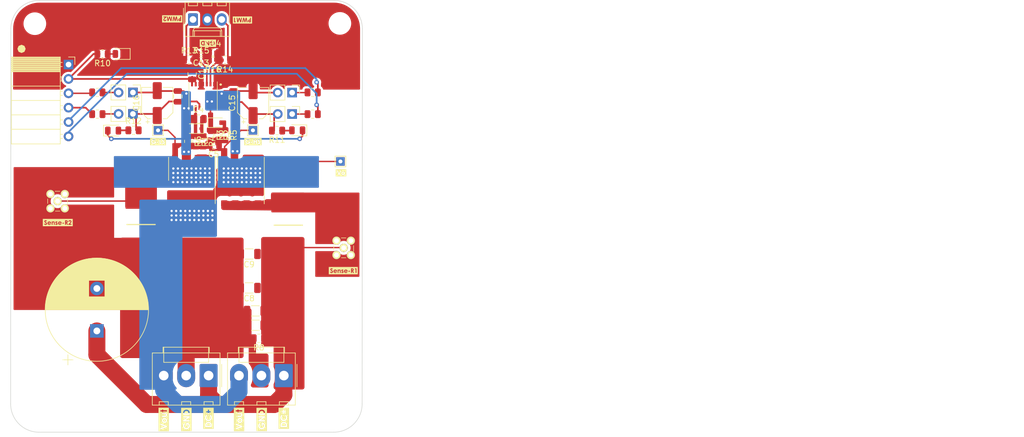
<source format=kicad_pcb>
(kicad_pcb (version 20211014) (generator pcbnew)
  (title_block (comment 4 "AISLER Project ID: ZPYPMIGU"))
  (layers (0 "F.Cu" mixed) (31 "B.Cu" mixed) (34 "B.Paste" user) (35 "F.Paste" user) (36 "B.SilkS" user "B.Silkscreen") (37 "F.SilkS" user "F.Silkscreen") (38 "B.Mask" user) (39 "F.Mask" user) (44 "Edge.Cuts" user))
  (net 0 "")
  (net 1 "GND")
  (net 2 "+3.3V")
  (net 3 "VCCA")
  (net 4 "VCCB")
  (net 5 "GND1")
  (net 6 "LED1")
  (net 7 "Net-(C5-Pad1)")
  (net 8 "Net-(C5-Pad2)")
  (net 9 "GND2")
  (net 10 "OUTA")
  (net 11 "GND3")
  (net 12 "Net-(D1-Pad2)")
  (net 13 "Net-(D2-Pad2)")
  (net 14 "Net-(D5-Pad2)")
  (net 15 "Net-(D6-Pad2)")
  (net 16 "Net-(D7-Pad2)")
  (net 17 "Net-(Q2-Pad8)")
  (net 18 "Net-(J2-Pad1)")
  (net 19 "Net-(J2-Pad3)")
  (net 20 "HVDC+")
  (net 21 "PWM1")
  (net 22 "PWM2")
  (net 23 "OUTB")
  (net 24 "gnd-1")
  (net 25 "LED2")
  (net 26 "gnd-2")
  (net 27 "Net-(C4-Pad2)")
  (net 28 "Net-(J1-Pad3)")
  (net 30 "Net-(J9-Pad2)")
  (net 31 "Net-(J10-Pad1)")
  (net 32 "Net-(FB1-Pad2)")
  (net 33 "Net-(FB2-Pad1)")
  (net 34 "Net-(FB3-Pad1)")
  (net 35 "Net-(FB4-Pad1)")
  (footprint "kibuzzard-63EDD841" (layer "F.Cu") (at 134.28 52.31 180)
    (fp_text reference "kibuzzard-63EDD841" hide)
    (fp_text value "G***" hide)
  )
  (footprint "LED_SMD:LED_0805_2012Metric" (layer "F.Cu") (at 125.18 58.51 180)
    (fp_text reference "D5" hide)
    (fp_text value "LED")
  )
  (footprint "Connector_Molex:Molex_KK-254_AE-6410-03A_1x03_P2.54mm_Vertical" (layer "F.Cu") (at 137.945 52.42)
    (fp_text reference "J2" hide)
    (fp_text value "PWM")
  )
  (footprint "MountingHole:MountingHole_3.2mm_M3" (layer "F.Cu") (at 163.88 53.11)
    (fp_text reference "H3" hide)
    (fp_text value "MountingHole")
  )
  (footprint "kibuzzard-63EDD808" (layer "F.Cu") (at 114.08 88.31)
    (fp_text reference "kibuzzard-63EDD808" hide)
    (fp_text value "G***" hide)
  )
  (footprint "Resistor_SMD:R_0805_2012Metric" (layer "F.Cu") (at 141.5 59.6 180)
    (fp_text reference "R16")
    (fp_text value "10k")
  )
  (footprint "Connector_PinHeader_2.54mm:PinHeader_1x02_P2.54mm_Vertical" (layer "F.Cu") (at 127.35 69.11 -90)
    (fp_text reference "J6" hide)
    (fp_text value "5V")
  )
  (footprint "Capacitor_THT:CP_Radial_D18.0mm_P7.50mm" (layer "F.Cu") (at 120.98 107.46 90)
    (fp_text reference "C10" hide)
    (fp_text value "100uF/450V")
  )
  (footprint "Resistor_SMD:R_0805_2012Metric" (layer "F.Cu") (at 127.45 72.01)
    (fp_text reference "R12")
    (fp_text value "4.7k")
  )
  (footprint "Capacitor_SMD:CP_Elec_5x5.3" (layer "F.Cu") (at 131.64 67.19 90)
    (fp_text reference "C16")
    (fp_text value "10uF/35V")
  )
  (footprint "2EDF7275KXUMA1:2EDF7275KXUMA1" (layer "F.Cu") (at 139.735 65.92 180)
    (fp_text reference "IC1" hide)
    (fp_text value "2EDF7275KXUMA1" hide)
  )
  (footprint "Resistor_SMD:R_0805_2012Metric" (layer "F.Cu") (at 149.58 108.76 180)
    (fp_text reference "R8")
    (fp_text value "500k")
  )
  (footprint "Capacitor_SMD:C_0805_2012Metric" (layer "F.Cu") (at 137.8 62.06 -90)
    (fp_text reference "C1")
    (fp_text value "100nF")
  )
  (footprint "Capacitor_SMD:C_1206_3216Metric" (layer "F.Cu") (at 147.855 93.86 180)
    (fp_text reference "C9")
    (fp_text value "100nF/450V")
  )
  (footprint "MMCX-J-P-H-ST-TH1:MMCXJPHSTTH1" (layer "F.Cu") (at 163.28 91.51)
    (fp_text reference "J9" hide)
    (fp_text value "MMCX-J-P-H-ST-TH1" hide)
  )
  (footprint "Resistor_SMD:R_0805_2012Metric" (layer "F.Cu") (at 121.0625 65.31)
    (fp_text reference "FB2" hide)
    (fp_text value "fb")
  )
  (footprint "Resistor_SMD:R_0805_2012Metric" (layer "F.Cu") (at 137.276172 59.56)
    (fp_text reference "R13")
    (fp_text value "100")
  )
  (footprint "Resistor_SMD:R_0805_2012Metric" (layer "F.Cu") (at 138.435 73.96 -90)
    (fp_text reference "R1")
    (fp_text value "470")
  )
  (footprint "Resistor_SMD:R_0805_2012Metric" (layer "F.Cu") (at 141.1 72.86 -90)
    (fp_text reference "R3")
    (fp_text value "470")
  )
  (footprint "Capacitor_SMD:C_1206_3216Metric" (layer "F.Cu") (at 147.855 99.86 180)
    (fp_text reference "C8")
    (fp_text value "100nF/450V")
  )
  (footprint "LED_SMD:LED_0805_2012Metric" (layer "F.Cu") (at 156.35 72.01 180)
    (fp_text reference "D6" hide)
    (fp_text value "LED")
  )
  (footprint "TestPoint:TestPoint_THTPad_1.5x1.5mm_Drill0.7mm" (layer "F.Cu") (at 163.98 77.51)
    (fp_text reference "TP4" hide)
    (fp_text value "TestPoint_Alt")
  )
  (footprint "Resistor_SMD:R_0805_2012Metric" (layer "F.Cu") (at 121.98 58.51 180)
    (fp_text reference "R10")
    (fp_text value "4.7k")
  )
  (footprint "kibuzzard-63EE9059" (layer "F.Cu") (at 150.08 123.11 90)
    (fp_text reference "kibuzzard-63EE9059" hide)
    (fp_text value "G***" hide)
  )
  (footprint "Package_SON:Infineon_PG-LSON-8-1" (layer "F.Cu") (at 146.42 80.89 90)
    (fp_text reference "Q1" hide)
    (fp_text value "IGLD60R190D1")
  )
  (footprint "Resistor_SMD:R_0805_2012Metric" (layer "F.Cu") (at 142.3 72.86 -90)
    (fp_text reference "R2")
    (fp_text value "10")
  )
  (footprint "Connector_PinHeader_2.54mm:PinHeader_1x02_P2.54mm_Vertical" (layer "F.Cu") (at 127.35 65.32 -90)
    (fp_text reference "J7" hide)
    (fp_text value "GND")
  )
  (footprint "Resistor_SMD:R_0805_2012Metric" (layer "F.Cu") (at 143.5 72.86 -90)
    (fp_text reference "R5")
    (fp_text value "5.1")
  )
  (footprint "Capacitor_SMD:C_0805_2012Metric" (layer "F.Cu") (at 141.5 58.36)
    (fp_text reference "C14")
    (fp_text value "100nF")
  )
  (footprint "Resistor_SMD:R_0805_2012Metric" (layer "F.Cu") (at 159.08 65.31)
    (fp_text reference "FB1" hide)
    (fp_text value "fb")
  )
  (footprint "Resistor_SMD:R_0805_2012Metric" (layer "F.Cu") (at 159.08 69.15 180)
    (fp_text reference "FB4" hide)
    (fp_text value "fb")
  )
  (footprint "Resistor_SMD:R_0805_2012Metric" (layer "F.Cu") (at 139.7 73.96 -90)
    (fp_text reference "R4")
    (fp_text value "10")
  )
  (footprint "Resistor_SMD:R_0805_2012Metric" (layer "F.Cu") (at 152.79 72.055 180)
    (fp_text reference "R11")
    (fp_text value "4.7k")
  )
  (footprint "kibuzzard-63EDD861" (layer "F.Cu") (at 146.68 52.51 180)
    (fp_text reference "kibuzzard-63EDD861" hide)
    (fp_text value "G***" hide)
  )
  (footprint "Capacitor_SMD:C_0805_2012Metric" (layer "F.Cu") (at 139.376172 58.42 180)
    (fp_text reference "C13")
    (fp_text value "100nF")
  )
  (footprint "kibuzzard-63EDDA14" (layer "F.Cu") (at 107.68 57.61)
    (fp_text reference "kibuzzard-63EDDA14" hide)
    (fp_text value "G***" hide)
  )
  (footprint "Connector_PinHeader_2.54mm:PinHeader_1x02_P2.54mm_Vertical" (layer "F.Cu") (at 155.455 69.13 -90)
    (fp_text reference "J5" hide)
    (fp_text value "5V")
  )
  (footprint "Capacitor_SMD:C_0805_2012Metric" (layer "F.Cu") (at 141.6 74.56 180)
    (fp_text reference "C5")
    (fp_text value "2.2nF")
  )
  (footprint "kibuzzard-63EE9044" (layer "F.Cu") (at 153.98 122.91 90)
    (fp_text reference "kibuzzard-63EE9044" hide)
    (fp_text value "G***" hide)
  )
  (footprint "kibuzzard-63EE9044" (layer "F.Cu") (at 140.68 122.91 90)
    (fp_text reference "kibuzzard-63EE9044" hide)
    (fp_text value "G***" hide)
  )
  (footprint "footprint:RESC10052X50N" (layer "F.Cu") (at 128.78 88.66 -90)
    (fp_text reference "R9" hide)
    (fp_text value "WSLP3921L1000FEA" hide)
  )
  (footprint "MountingHole:MountingHole_3.2mm_M3" (layer "F.Cu") (at 110.03 53.16)
    (fp_text reference "H4" hide)
    (fp_text value "MountingHole")
  )
  (footprint "Package_SON:Infineon_PG-LSON-8-1" (layer "F.Cu") (at 137.76 80.86 90)
    (fp_text reference "Q2" hide)
    (fp_text value "IGLD60R190D1")
  )
  (footprint "Diode_SMD:D_SOD-323" (layer "F.Cu") (at 138.345 71.71 180)
    (fp_text reference "D2" hide)
    (fp_text value "BAT165")
  )
  (footprint "Capacitor_SMD:C_0805_2012Metric" (layer "F.Cu") (at 138.915 70.01)
    (fp_text reference "C4")
    (fp_text value "2.2nF")
  )
  (footprint "Connector_Molex:Molex_KK-396_A-41791-0003_1x03_P3.96mm_Vertical" (layer "F.Cu") (at 140.706 115.355 180)
    (fp_text reference "J3" hide)
    (fp_text value "HVDC")
  )
  (footprint "kibuzzard-63EDD5C6" (layer "F.Cu") (at 131.78 74.01)
    (fp_text reference "kibuzzard-63EDD5C6" hide)
    (fp_text value "G***" hide)
  )
  (footprint "Resistor_SMD:R_0805_2012Metric" (layer "F.Cu") (at 143.6 59.6 180)
    (fp_text reference "R14")
    (fp_text value "100")
  )
  (footprint "TestPoint:TestPoint_THTPad_1.5x1.5mm_Drill0.7mm" (layer "F.Cu") (at 131.78 72.01)
    (fp_text reference "TP2" hide)
    (fp_text value "TestPoint_Alt")
  )
  (footprint "MMCX-J-P-H-ST-TH1:MMCXJPHSTTH1" (layer "F.Cu") (at 112.78 83.26)
    (fp_text reference "J10" hide)
    (fp_text value "MMCX-J-P-H-ST-TH1" hide)
  )
  (footprint "kibuzzard-63EDD756" (layer "F.Cu") (at 164.08 79.51)
    (fp_text reference "kibuzzard-63EDD756" hide)
    (fp_text value "G***" hide)
  )
  (footprint "LED_SMD:LED_0805_2012Metric" (layer "F.Cu") (at 123.85 72.055)
    (fp_text reference "D7" hide)
    (fp_text value "LED")
  )
  (footprint "Resistor_SMD:R_0805_2012Metric" (layer "F.Cu") (at 139.4 59.56)
    (fp_text reference "R15")
    (fp_text value "10k")
  )
  (footprint "TestPoint:TestPoint_THTPad_1.5x1.5mm_Drill0.7mm" (layer "F.Cu") (at 148.53 72.01)
    (fp_text reference "TP1" hide)
    (fp_text value "TestPoint_Alt")
  )
  (footprint "Connector_PinSocket_2.54mm:PinSocket_1x06_P2.54mm_Horizontal" (layer "F.Cu") (at 115.98 60.385)
    (fp_text reference "J4" hide)
    (fp_text value "Conn_01x06_Female")
  )
  (footprint "kibuzzard-63EE9091" (layer "F.Cu") (at 132.78 123.11 90)
    (fp_text reference "kibuzzard-63EE9091" hide)
    (fp_text value "G***" hide)
  )
  (footprint "kibuzzard-63EDD5E0" (layer "F.Cu") (at 148.53 74.01)
    (fp_text reference "kibuzzard-63EDD5E0" hide)
    (fp_text value "G***" hide)
  )
  (footprint "Capacitor_SMD:C_1206_3216Metric" (layer "F.Cu") (at 148.96 106.46 180)
    (fp_text reference "C7" hide)
    (fp_text value "100nF/450V")
  )
  (footprint "kibuzzard-63EDD791" (layer "F.Cu") (at 164.48 96.81)
    (fp_text reference "kibuzzard-63EDD791" hide)
    (fp_text value "G***" hide)
  )
  (footprint "footprint:RESC10052X50N" (layer "F.Cu") (at 154.78 88.77 -90)
    (fp_text reference "R7" hide)
    (fp_text value "WSLP3921L1000FEA" hide)
  )
  (footprint "kibuzzard-63EE9091" (layer "F.Cu") (at 146.08 123.11 90)
    (fp_text reference "kibuzzard-63EE9091" hide)
    (fp_text value "G***" hide)
  )
  (footprint "Diode_SMD:D_SOD-323" (layer "F.Cu") (at 142.085 70.66)
    (fp_text reference "D1" hide)
    (fp_text value "BAT165")
  )
  (footprint "Connector_Molex:Molex_KK-396_A-41791-0003_1x03_P3.96mm_Vertical" (layer "F.Cu") (at 153.99 115.355 180)
    (fp_text reference "J1" hide)
    (fp_text value "HVDC")
  )
  (footprint "MountingHole:MountingHole_3.2mm_M3" (layer "F.Cu") (at 163.93 121.16)
    (fp_text reference "H1" hide)
    (fp_text value "MountingHole")
  )
  (footprint "Capacitor_SMD:C_0805_2012Metric" (layer "F.Cu") (at 135.28 66.01 -90)
    (fp_text reference "C3" hide)
    (fp_text value "1uF")
  )
  (footprint "Connector_PinHeader_2.54mm:PinHeader_1x02_P2.54mm_Vertical" (layer "F.Cu") (at 155.45 65.34 -90)
    (fp_text reference "J8" hide)
    (fp_text value "GND")
  )
  (footprint "kibuzzard-63EDD87E" (layer "F.Cu") (at 140.58 56.61 180)
    (fp_text reference "kibuzzard-63EDD87E" hide)
    (fp_text value "G***" hide)
  )
  (footprint "kibuzzard-63EE9059" (layer "F.Cu") (at 136.78 123.11 90)
    (fp_text reference "kibuzzard-63EE9059" hide)
    (fp_text value "G***" hide)
  )
  (footprint "Resistor_SMD:R_0805_2012Metric" (layer "F.Cu") (at 121.0625 69.15)
    (fp_text reference "FB3" hide)
    (fp_text value "fb")
  )
  (footprint "Capacitor_SMD:C_0805_2012Metric" (layer "F.Cu") (at 145.09 66.01 -90)
    (fp_text reference "C2" hide)
    (fp_text value "1uF")
  )
  (footprint "Capacitor_SMD:CP_Elec_5x5.3" (layer "F.Cu") (at 148.56 67.2 90)
    (fp_text reference "C15")
    (fp_text value "10uF/35V")
  )
  (footprint "MountingHole:MountingHole_3.2mm_M3" (layer "F.Cu") (at 110.08 121.21)
    (fp_text reference "H2" hide)
    (fp_text value "MountingHole")
  )
  (footprint "Capacitor_SMD:C_1206_3216Metric" (layer "F.Cu") (at 148.96 103.92 180)
    (fp_text reference "C6" hide)
    (fp_text value "100nF/450V")
  )
  (footprint "Resistor_SMD:R_0805_2012Metric" (layer "F.Cu") (at 137.2 73.96 -90)
    (fp_text reference "R6")
    (fp_text value "5.1")
  )
  (gr_arc (start 110.762233 125.36) (mid 107.226678 123.895546) (end 105.762233 120.36) (layer "Edge.Cuts") (width 0.1))
  (gr_line (start 162.847767 49.045534) (end 110.797767 49.045534) (layer "Edge.Cuts") (width 0.1))
  (gr_line (start 110.762233 125.36) (end 162.812233 125.36) (layer "Edge.Cuts") (width 0.1))
  (gr_arc (start 167.812233 120.36) (mid 166.347769 123.895546) (end 162.812233 125.36) (layer "Edge.Cuts") (width 0.1))
  (gr_arc (start 162.847767 49.045534) (mid 166.383301 50.51) (end 167.847767 54.045534) (layer "Edge.Cuts") (width 0.1))
  (gr_arc (start 105.797767 54.045534) (mid 107.262233 50.51) (end 110.797767 49.045534) (layer "Edge.Cuts") (width 0.1))
  (gr_line (start 167.812233 120.36) (end 167.847767 54.045534) (layer "Edge.Cuts") (width 0.1))
  (gr_line (start 105.797767 54.045534) (end 105.762233 120.36) (layer "Edge.Cuts") (width 0.1))
  (segment (start 120.395 58.51) (end 121.47 58.51) (width 0.3) (layer "F.Cu") (net 2))
  (segment (start 115.98 62.925) (end 137.415 62.925) (width 0.3) (layer "F.Cu") (net 2))
  (segment (start 115.98 62.925) (end 120.395 58.51) (width 0.3) (layer "F.Cu") (net 2))
  (segment (start 137.8 63.83) (end 137.785 63.845) (width 0.3) (layer "F.Cu") (net 2))
  (segment (start 137.415 62.925) (end 137.8 62.54) (width 0.3) (layer "F.Cu") (net 2))
  (segment (start 137.8 62.54) (end 137.8 63.83) (width 0.3) (layer "F.Cu") (net 2))
  (segment (start 158.1675 69.15) (end 158.1475 69.13) (width 0.25) (layer "F.Cu") (net 3))
  (segment (start 158.1475 69.13) (end 155.455 69.13) (width 0.25) (layer "F.Cu") (net 3))
  (segment (start 122.015 69.11) (end 124.81 69.11) (width 0.25) (layer "F.Cu") (net 4))
  (segment (start 121.975 69.15) (end 122.015 69.11) (width 0.25) (layer "F.Cu") (net 4))
  (segment (start 155.45 65.34) (end 158.1375 65.34) (width 0.25) (layer "F.Cu") (net 5))
  (segment (start 158.1375 65.34) (end 158.1675 65.31) (width 0.25) (layer "F.Cu") (net 5))
  (segment (start 152.915 69.13) (end 152.28 69.765) (width 0.3) (layer "F.Cu") (net 6))
  (segment (start 142.67 67.01) (end 146.57 67.01) (width 0.3) (layer "F.Cu") (net 6))
  (segment (start 141.685 67.995) (end 142.67 67.01) (width 0.3) (layer "F.Cu") (net 6))
  (segment (start 152.28 69.765) (end 152.28 72.055) (width 0.3) (layer "F.Cu") (net 6))
  (segment (start 148.56 69) (end 148.69 69.13) (width 0.3) (layer "F.Cu") (net 6))
  (segment (start 148.69 69.13) (end 152.915 69.13) (width 0.3) (layer "F.Cu") (net 6))
  (segment (start 146.57 67.01) (end 148.56 69) (width 0.3) (layer "F.Cu") (net 6))
  (segment (start 146.405 72.01) (end 143.53 74.885) (width 0.25) (layer "F.Cu") (net 7))
  (segment (start 143.53 74.885) (end 143.53 75.76) (width 0.25) (layer "F.Cu") (net 7))
  (segment (start 148.53 72.01) (end 146.405 72.01) (width 0.25) (layer "F.Cu") (net 7))
  (segment (start 121.985 65.32) (end 124.81 65.32) (width 0.25) (layer "F.Cu") (net 9))
  (segment (start 121.975 65.31) (end 121.985 65.32) (width 0.25) (layer "F.Cu") (net 9))
  (segment (start 141 68.96) (end 141 69.26) (width 0.3) (layer "F.Cu") (net 10))
  (segment (start 141 69.26) (end 141.1 69.36) (width 0.3) (layer "F.Cu") (net 10))
  (segment (start 141.035 67.995) (end 141.035 68.925) (width 0.3) (layer "F.Cu") (net 10))
  (segment (start 141.035 68.925) (end 141 68.96) (width 0.3) (layer "F.Cu") (net 10))
  (segment (start 136.78 111.06) (end 136.746 111.094) (width 3) (layer "F.Cu") (net 11))
  (segment (start 120.98 99.96) (end 128.28 99.96) (width 3) (layer "F.Cu") (net 11))
  (segment (start 136.746 115.355) (end 136.746 111.094) (width 3) (layer "F.Cu") (net 11))
  (segment (start 122.49 58.51) (end 124.2425 58.51) (width 0.25) (layer "F.Cu") (net 14))
  (segment (start 155.3675 72.055) (end 155.4125 72.01) (width 0.3) (layer "F.Cu") (net 15))
  (segment (start 153.3 72.055) (end 155.3675 72.055) (width 0.3) (layer "F.Cu") (net 15))
  (segment (start 124.8325 72.01) (end 124.7875 72.055) (width 0.3) (layer "F.Cu") (net 16))
  (segment (start 126.94 72.01) (end 124.8325 72.01) (width 0.3) (layer "F.Cu") (net 16))
  (segment (start 133.53 72.01) (end 131.78 72.01) (width 0.25) (layer "F.Cu") (net 17))
  (segment (start 134.78 74.51) (end 134.78 73.26) (width 0.25) (layer "F.Cu") (net 17))
  (segment (start 134.78 73.26) (end 133.53 72.01) (width 0.25) (layer "F.Cu") (net 17))
  (segment (start 136.78 53.585) (end 136.78 59.546172) (width 0.3) (layer "F.Cu") (net 18))
  (segment (start 137.945 52.42) (end 136.78 53.585) (width 0.3) (layer "F.Cu") (net 18))
  (segment (start 136.78 59.546172) (end 136.766172 59.56) (width 0.3) (layer "F.Cu") (net 18))
  (segment (start 144.11 53.505) (end 144.11 59.6) (width 0.3) (layer "F.Cu") (net 19))
  (segment (start 143.025 52.42) (end 144.11 53.505) (width 0.3) (layer "F.Cu") (net 19))
  (segment (start 152.28 120.46) (end 142.28 120.46) (width 3) (layer "F.Cu") (net 20))
  (segment (start 120.98 107.46) (end 120.98 111.66) (width 3) (layer "F.Cu") (net 20))
  (segment (start 142.28 120.46) (end 140.706 118.886) (width 3) (layer "F.Cu") (net 20))
  (segment (start 153.99 118.75) (end 152.28 120.46) (width 3) (layer "F.Cu") (net 20))
  (segment (start 140.706 118.886) (end 140.706 115.355) (width 3) (layer "F.Cu") (net 20))
  (segment (start 164.502 92.732) (end 154.968 92.732) (width 0.25) (layer "F.Cu") (net 20))
  (segment (start 129.78 120.46) (end 142.28 120.46) (width 3) (layer "F.Cu") (net 20))
  (segment (start 164.55 92.78) (end 164.502 92.732) (width 0.25) (layer "F.Cu") (net 20))
  (segment (start 153.99 115.355) (end 153.99 118.75) (width 3) (layer "F.Cu") (net 20))
  (segment (start 120.98 111.66) (end 129.78 120.46) (width 3) (layer "F.Cu") (net 20))
  (segment (start 154.968 92.732) (end 154.78 92.92) (width 0.25) (layer "F.Cu") (net 20))
  (segment (start 141.035 61.055) (end 141.035 63.845) (width 0.3) (layer "F.Cu") (net 21))
  (segment (start 143.09 59.6) (end 142.49 59.6) (width 0.3) (layer "F.Cu") (net 21))
  (segment (start 142.49 59.6) (end 141.035 61.055) (width 0.3) (layer "F.Cu") (net 21))
  (segment (start 140.385 63.845) (end 140.385 61.055) (width 0.3) (layer "F.Cu") (net 22))
  (segment (start 140.385 61.055) (end 138.89 59.56) (width 0.3) (layer "F.Cu") (net 22))
  (segment (start 138.435 67.995) (end 138.435 69.125) (width 0.3) (layer "F.Cu") (net 23))
  (segment (start 138.435 69.125) (end 138.4 69.16) (width 0.3) (layer "F.Cu") (net 23))
  (segment (start 142.43 65.53) (end 140.385 67.575) (width 0.25) (layer "F.Cu") (net 24))
  (segment (start 148.62 65.34) (end 152.91 65.34) (width 0.3) (layer "F.Cu") (net 24))
  (segment (start 157.2875 72.01) (end 157.2875 73.0025) (width 0.3) (layer "F.Cu") (net 24))
  (segment (start 143.01 65.53) (end 142.43 65.53) (width 0.25) (layer "F.Cu") (net 24))
  (segment (start 143.48 65.06) (end 148.22 65.06) (width 0.3) (layer "F.Cu") (net 24))
  (segment (start 140.385 67.575) (end 140.385 67.995) (width 0.25) (layer "F.Cu") (net 24))
  (segment (start 148.56 65.4) (end 148.62 65.34) (width 0.3) (layer "F.Cu") (net 24))
  (segment (start 143.01 65.53) (end 143.48 65.06) (width 0.3) (layer "F.Cu") (net 24))
  (segment (start 148.22 65.06) (end 148.56 65.4) (width 0.3) (layer "F.Cu") (net 24))
  (segment (start 157.2875 73.0025) (end 156.78 73.51) (width 0.3) (layer "F.Cu") (net 24))
  (via (at 145.78 75.71) (size 0.8) (drill 0.4) (layers "F.Cu" "B.Cu") (net 24))
  (via (at 144.98 75.71) (size 0.8) (drill 0.4) (layers "F.Cu" "B.Cu") (net 24))
  (via (at 143.01 65.53) (size 0.8) (drill 0.4) (layers "F.Cu" "B.Cu") (net 24))
  (via (at 140.48 66.91) (size 0.8) (drill 0.4) (layers "F.Cu" "B.Cu") (net 24))
  (via (at 141.28 66.91) (size 0.8) (drill 0.4) (layers "F.Cu" "B.Cu") (net 24))
  (via (at 156.78 73.51) (size 0.8) (drill 0.4) (layers "F.Cu" "B.Cu") (net 24))
  (segment (start 156.78 73.51) (end 145.28 73.51) (width 0.3) (layer "B.Cu") (net 24))
  (segment (start 131.52 69.11) (end 131.64 68.99) (width 0.3) (layer "F.Cu") (net 25))
  (segment (start 127.9 69.66) (end 127.9 71.95) (width 0.3) (layer "F.Cu") (net 25))
  (segment (start 138.625 66.91) (end 139.085 67.37) (width 0.3) (layer "F.Cu") (net 25))
  (segment (start 133.72 66.91) (end 138.625 66.91) (width 0.3) (layer "F.Cu") (net 25))
  (segment (start 127.35 69.11) (end 127.9 69.66) (width 0.3) (layer "F.Cu") (net 25))
  (segment (start 127.9 71.95) (end 127.96 72.01) (width 0.3) (layer "F.Cu") (net 25))
  (segment (start 139.085 67.37) (end 139.085 67.995) (width 0.3) (layer "F.Cu") (net 25))
  (segment (start 131.64 68.99) (end 133.72 66.91) (width 0.3) (layer "F.Cu") (net 25))
  (segment (start 127.35 69.11) (end 131.52 69.11) (width 0.3) (layer "F.Cu") (net 25))
  (segment (start 122.9125 72.8925) (end 122.9125 72.055) (width 0.3) (layer "F.Cu") (net 26))
  (segment (start 137.18 68.11) (end 137.295 67.995) (width 0.25) (layer "F.Cu") (net 26))
  (segment (start 136.38 68.11) (end 137.18 68.11) (width 0.3) (layer "F.Cu") (net 26))
  (segment (start 135.28 65.06) (end 131.97 65.06) (width 0.3) (layer "F.Cu") (net 26))
  (segment (start 135.28 65.06) (end 136.33 65.06) (width 0.25) (layer "F.Cu") (net 26))
  (segment (start 137.295 67.995) (end 137.785 67.995) (width 0.25) (layer "F.Cu") (net 26))
  (segment (start 131.97 65.06) (end 131.64 65.39) (width 0.3) (layer "F.Cu") (net 26))
  (segment (start 131.57 65.32) (end 131.64 65.39) (width 0.3) (layer "F.Cu") (net 26))
  (segment (start 123.53 73.51) (end 122.9125 72.8925) (width 0.3) (layer "F.Cu") (net 26))
  (segment (start 136.33 65.06) (end 136.78 65.51) (width 0.25) (layer "F.Cu") (net 26))
  (segment (start 127.35 65.32) (end 131.57 65.32) (width 0.3) (layer "F.Cu") (net 26))
  (via (at 136.78 65.51) (size 0.8) (drill 0.4) (layers "F.Cu" "B.Cu") (net 26))
  (via (at 136.38 75.81) (size 0.8) (drill 0.4) (layers "F.Cu" "B.Cu") (net 26))
  (via (at 136.38 68.11) (size 0.8) (drill 0.4) (layers "F.Cu" "B.Cu") (net 26))
  (via (at 123.53 73.51) (size 0.8) (drill 0.4) (layers "F.Cu" "B.Cu") (net 26))
  (via (at 137.18 68.11) (size 0.8) (drill 0.4) (layers "F.Cu" "B.Cu") (net 26))
  (via (at 137.18 75.81) (size 0.8) (drill 0.4) (layers "F.Cu" "B.Cu") (net 26))
  (segment (start 123.53 73.51) (end 136.78 73.51) (width 0.3) (layer "B.Cu") (net 26))
  (segment (start 163.98 77.51) (end 149.78 77.51) (width 0.25) (layer "F.Cu") (net 28))
  (via (at 148.18 79.56) (size 0.8) (drill 0.4) (layers "F.Cu" "B.Cu") (net 28))
  (via (at 148.98 79.56) (size 0.8) (drill 0.4) (layers "F.Cu" "B.Cu") (net 28))
  (via (at 134.98 87.86) (size 0.8) (drill 0.4) (layers "F.Cu" "B.Cu") (net 28))
  (via (at 144.18 80.36) (size 0.8) (drill 0.4) (layers "F.Cu" "B.Cu") (net 28))
  (via (at 134.98 87.06) (size 0.8) (drill 0.4) (layers "F.Cu" "B.Cu") (net 28))
  (via (at 147.38 79.56) (size 0.8) (drill 0.4) (layers "F.Cu" "B.Cu") (net 28))
  (via (at 148.98 80.36) (size 0.8) (drill 0.4) (layers "F.Cu" "B.Cu") (net 28))
  (via (at 145.78 79.56) (size 0.8) (drill 0.4) (layers "F.Cu" "B.Cu") (net 28))
  (via (at 143.38 81.16) (size 0.8) (drill 0.4) (layers "F.Cu" "B.Cu") (net 28))
  (via (at 145.78 80.36) (size 0.8) (drill 0.4) (layers "F.Cu" "B.Cu") (net 28))
  (via (at 138.18 86.26) (size 0.8) (drill 0.4) (layers "F.Cu" "B.Cu") (net 28))
  (via (at 149.78 80.36) (size 0.8) (drill 0.4) (layers "F.Cu" "B.Cu") (net 28))
  (via (at 136.58 86.26) (size 0.8) (drill 0.4) (layers "F.Cu" "B.Cu") (net 28))
  (via (at 147.38 78.76) (size 0.8) (drill 0.4) (layers "F.Cu" "B.Cu") (net 28))
  (via (at 140.58 87.86) (size 0.8) (drill 0.4) (layers "F.Cu" "B.Cu") (net 28))
  (via (at 140.58 87.06) (size 0.8) (drill 0.4) (layers "F.Cu" "B.Cu") (net 28))
  (via (at 143.38 79.56) (size 0.8) (drill 0.4) (layers "F.Cu" "B.Cu") (net 28))
  (via (at 138.98 87.86) (size 0.8) (drill 0.4) (layers "F.Cu" "B.Cu") (net 28))
  (via (at 140.58 86.26) (size 0.8) (drill 0.4) (layers "F.Cu" "B.Cu") (net 28))
  (via (at 143.38 78.76) (size 0.8) (drill 0.4) (layers "F.Cu" "B.Cu") (net 28))
  (via (at 136.58 87.86) (size 0.8) (drill 0.4) (layers "F.Cu" "B.Cu") (net 28))
  (via (at 143.38 80.36) (size 0.8) (drill 0.4) (layers "F.Cu" "B.Cu") (net 28))
  (via (at 137.38 87.86) (size 0.8) (drill 0.4) (layers "F.Cu" "B.Cu") (net 28))
  (via (at 138.18 87.86) (size 0.8) (drill 0.4) (layers "F.Cu" "B.Cu") (net 28))
  (via (at 149.78 81.16) (size 0.8) (drill 0.4) (layers "F.Cu" "B.Cu") (net 28))
  (via (at 145.78 78.76) (size 0.8) (drill 0.4) (layers "F.Cu" "B.Cu") (net 28))
  (via (at 138.98 87.06) (size 0.8) (drill 0.4) (layers "F.Cu" "B.Cu") (net 28))
  (via (at 147.38 80.36) (size 0.8) (drill 0.4) (layers "F.Cu" "B.Cu") (net 28))
  (via (at 134.18 86.26) (size 0.8) (drill 0.4) (layers "F.Cu" "B.Cu") (net 28))
  (via (at 148.18 78.76) (size 0.8) (drill 0.4) (layers "F.Cu" "B.Cu") (net 28))
  (via (at 149.78 79.56) (size 0.8) (drill 0.4) (layers "F.Cu" "B.Cu") (net 28))
  (via (at 137.38 87.06) (size 0.8) (drill 0.4) (layers "F.Cu" "B.Cu") (net 28))
  (via (at 141.38 87.86) (size 0.8) (drill 0.4) (layers "F.Cu" "B.Cu") (net 28))
  (via (at 139.78 87.06) (size 0.8) (drill 0.4) (layers "F.Cu" "B.Cu") (net 28))
  (via (at 148.18 81.16) (size 0.8) (drill 0.4) (layers "F.Cu" "B.Cu") (net 28))
  (via (at 147.38 81.16) (size 0.8) (drill 0.4) (layers "F.Cu" "B.Cu") (net 28))
  (via (at 139.78 87.86) (size 0.8) (drill 0.4) (layers "F.Cu" "B.Cu") (net 28))
  (via (at 135.78 86.26) (size 0.8) (drill 0.4) (layers "F.Cu" "B.Cu") (net 28))
  (via (at 146.58 79.56) (size 0.8) (drill 0.4) (layers "F.Cu" "B.Cu") (net 28))
  (via (at 135.78 87.86) (size 0.8) (drill 0.4) (layers "F.Cu" "B.Cu") (net 28))
  (via (at 146.58 80.36) (size 0.8) (drill 0.4) (layers "F.Cu" "B.Cu") (net 28))
  (via (at 144.98 80.36) (size 0.8) (drill 0.4) (layers "F.Cu" "B.Cu") (net 28))
  (via (at 144.98 81.16) (size 0.8) (drill 0.4) (layers "F.Cu" "B.Cu") (net 28))
  (via (at 141.38 86.26) (size 0.8) (drill 0.4) (layers "F.Cu" "B.Cu") (net 28))
  (via (at 138.98 86.26) (size 0.8) (drill 0.4) (layers "F.Cu" "B.Cu") (net 28))
  (via (at 144.18 79.56) (size 0.8) (drill 0.4) (layers "F.Cu" "B.Cu") (net 28))
  (via (at 134.18 87.06) (size 0.8) (drill 0.4) (layers "F.Cu" "B.Cu") (net 28))
  (via (at 146.58 81.16) (size 0.8) (drill 0.4) (layers "F.Cu" "B.Cu") (net 28))
  (via (at 146.58 78.76) (size 0.8) (drill 0.4) (layers "F.Cu" "B.Cu") (net 28))
  (via (at 148.98 78.76) (size 0.8) (drill 0.4) (layers "F.Cu" "B.Cu") (net 28))
  (via (at 145.78 81.16) (size 0.8) (drill 0.4) (layers "F.Cu" "B.Cu") (net 28))
  (via (at 139.78 86.26) (size 0.8) (drill 0.4) (layers "F.Cu" "B.Cu") (net 28))
  (via (at 148.98 81.16) (size 0.8) (drill 0.4) (layers "F.Cu" "B.Cu") (net 28))
  (via (at 144.98 79.56) (size 0.8) (drill 0.4) (layers "F.Cu" "B.Cu") (net 28))
  (via (at 136.58 87.06) (size 0.8) (drill 0.4) (layers "F.Cu" "B.Cu") (net 28))
  (via (at 138.18 87.06) (size 0.8) (drill 0.4) (layers "F.Cu" "B.Cu") (net 28))
  (via (at 134.18 87.86) (size 0.8) (drill 0.4) (layers "F.Cu" "B.Cu") (net 28))
  (via (at 144.98 78.76) (size 0.8) (drill 0.4) (layers "F.Cu" "B.Cu") (net 28))
  (via (at 135.78 87.06) (size 0.8) (drill 0.4) (layers "F.Cu" "B.Cu") (net 28))
  (via (at 134.98 86.26) (size 0.8) (drill 0.4) (layers "F.Cu" "B.Cu") (net 28))
  (via (at 137.38 86.26) (size 0.8) (drill 0.4) (layers "F.Cu" "B.Cu") (net 28))
  (via (at 144.18 81.16) (size 0.8) (drill 0.4) (layers "F.Cu" "B.Cu") (net 28))
  (via (at 144.18 78.76) (size 0.8) (drill 0.4) (layers "F.Cu" "B.Cu") (net 28))
  (via (at 148.18 80.36) (size 0.8) (drill 0.4) (layers "F.Cu" "B.Cu") (net 28))
  (via (at 149.78 78.76) (size 0.8) (drill 0.4) (layers "F.Cu" "B.Cu") (net 28))
  (via (at 141.38 87.06) (size 0.8) (drill 0.4) (layers "F.Cu" "B.Cu") (net 28))
  (segment (start 143.78 120.46) (end 146.07 118.17) (width 3) (layer "B.Cu") (net 28))
  (segment (start 135.28 120.46) (end 143.78 120.46) (width 3) (layer "B.Cu") (net 28))
  (segment (start 132.786 117.966) (end 135.28 120.46) (width 3) (layer "B.Cu") (net 28))
  (segment (start 146.07 118.17) (end 146.07 115.355) (width 3) (layer "B.Cu") (net 28))
  (segment (start 132.786 115.355) (end 132.786 117.966) (width 3) (layer "B.Cu") (net 28))
  (segment (start 128.78 84.51) (end 114.07 84.51) (width 0.25) (layer "F.Cu") (net 31))
  (segment (start 137.55 79.96) (end 137.52 79.99) (width 0.25) (layer "F.Cu") (net 31))
  (segment (start 114.07 84.51) (end 114.05 84.53) (width 0.25) (layer "F.Cu") (net 31))
  (via (at 139.28 81.16) (size 0.8) (drill 0.4) (layers "F.Cu" "B.Cu") (net 31))
  (via (at 140.08 79.56) (size 0.8) (drill 0.4) (layers "F.Cu" "B.Cu") (net 31))
  (via (at 140.88 78.76) (size 0.8) (drill 0.4) (layers "F.Cu" "B.Cu") (net 31))
  (via (at 135.28 80.36) (size 0.8) (drill 0.4) (layers "F.Cu" "B.Cu") (net 31))
  (via (at 136.08 79.56) (size 0.8) (drill 0.4) (layers "F.Cu" "B.Cu") (net 31))
  (via (at 134.48 81.16) (size 0.8) (drill 0.4) (layers "F.Cu" "B.Cu") (net 31))
  (via (at 136.88 78.76) (size 0.8) (drill 0.4) (layers "F.Cu" "B.Cu") (net 31))
  (via (at 136.08 81.16) (size 0.8) (drill 0.4) (layers "F.Cu" "B.Cu") (net 31))
  (via (at 136.08 78.76) (size 0.8) (drill 0.4) (layers "F.Cu" "B.Cu") (net 31))
  (via (at 136.08 80.36) (size 0.8) (drill 0.4) (layers "F.Cu" "B.Cu") (net 31))
  (via (at 140.88 80.36) (size 0.8) (drill 0.4) (layers "F.Cu" "B.Cu") (net 31))
  (via (at 140.88 79.56) (size 0.8) (drill 0.4) (layers "F.Cu" "B.Cu") (net 31))
  (via (at 135.28 79.56) (size 0.8) (drill 0.4) (layers "F.Cu" "B.Cu") (net 31))
  (via (at 138.48 80.36) (size 0.8) (drill 0.4) (layers "F.Cu" "B.Cu") (net 31))
  (via (at 140.88 81.16) (size 0.8) (drill 0.4) (layers "F.Cu" "B.Cu") (net 31))
  (via (at 134.48 79.56) (size 0.8) (drill 0.4) (layers "F.Cu" "B.Cu") (net 31))
  (via (at 138.48 79.56) (size 0.8) (drill 0.4) (layers "F.Cu" "B.Cu") (net 31))
  (via (at 139.28 78.76) (size 0.8) (drill 0.4) (layers "F.Cu" "B.Cu") (net 31))
  (via (at 140.08 81.16) (size 0.8) (drill 0.4) (layers "F.Cu" "B.Cu") (net 31))
  (via (at 134.48 80.36) (size 0.8) (drill 0.4) (layers "F.Cu" "B.Cu") (net 31))
  (via (at 139.28 80.36) (size 0.8) (drill 0.4) (layers "F.Cu" "B.Cu") (net 31))
  (via (at 138.48 81.16) (size 0.8) (drill 0.4) (layers "F.Cu" "B.Cu") (net 31))
  (via (at 138.48 78.76) (size 0.8) (drill 0.4) (layers "F.Cu" "B.Cu") (net 31))
  (via (at 137.68 79.56) (size 0.8) (drill 0.4) (layers "F.Cu" "B.Cu") (net 31))
  (via (at 135.28 81.16) (size 0.8) (drill 0.4) (layers "F.Cu" "B.Cu") (net 31))
  (via (at 140.08 80.36) (size 0.8) (drill 0.4) (layers "F.Cu" "B.Cu") (net 31))
  (via (at 136.88 81.16) (size 0.8) (drill 0.4) (layers "F.Cu" "B.Cu") (net 31))
  (via (at 134.48 78.76) (size 0.8) (drill 0.4) (layers "F.Cu" "B.Cu") (net 31))
  (via (at 139.28 79.56) (size 0.8) (drill 0.4) (layers "F.Cu" "B.Cu") (net 31))
  (via (at 136.88 79.56) (size 0.8) (drill 0.4) (layers "F.Cu" "B.Cu") (net 31))
  (via (at 137.68 78.76) (size 0.8) (drill 0.4) (layers "F.Cu" "B.Cu") (net 31))
  (via (at 137.68 80.36) (size 0.8) (drill 0.4) (layers "F.Cu" "B.Cu") (net 31))
  (via (at 136.88 80.36) (size 0.8) (drill 0.4) (layers "F.Cu" "B.Cu") (net 31))
  (via (at 140.08 78.76) (size 0.8) (drill 0.4) (layers "F.Cu" "B.Cu") (net 31))
  (via (at 135.28 78.76) (size 0.8) (drill 0.4) (layers "F.Cu" "B.Cu") (net 31))
  (via (at 137.68 81.16) (size 0.8) (drill 0.4) (layers "F.Cu" "B.Cu") (net 31))
  (segment (start 159.78 63.51) (end 159.9925 63.7225) (width 0.3) (layer "F.Cu") (net 32))
  (segment (start 159.9925 63.7225) (end 159.9925 65.31) (width 0.3) (layer "F.Cu") (net 32))
  (via (at 159.78 63.51) (size 0.8) (drill 0.4) (layers "F.Cu" "B.Cu") (net 32))
  (segment (start 159.78 63.01) (end 157.78 61.01) (width 0.3) (layer "B.Cu") (net 32))
  (segment (start 125.28 61.01) (end 115.98 70.31) (width 0.3) (layer "B.Cu") (net 32))
  (segment (start 157.78 61.01) (end 125.28 61.01) (width 0.3) (layer "B.Cu") (net 32))
  (segment (start 159.78 63.51) (end 159.78 63.01) (width 0.3) (layer "B.Cu") (net 32))
  (segment (start 115.98 70.31) (end 115.98 70.545) (width 0.3) (layer "B.Cu") (net 32))
  (segment (start 119.995 65.465) (end 115.98 65.465) (width 0.25) (layer "F.Cu") (net 33))
  (segment (start 120.15 65.31) (end 119.995 65.465) (width 0.25) (layer "F.Cu") (net 33))
  (segment (start 115.98 68.005) (end 119.005 68.005) (width 0.3) (layer "F.Cu") (net 34))
  (segment (start 119.005 68.005) (end 120.15 69.15) (width 0.3) (layer "F.Cu") (net 34))
  (segment (start 159.9925 67.7225) (end 159.9925 69.15) (width 0.3) (layer "F.Cu") (net 35))
  (segment (start 159.78 67.51) (end 159.9925 67.7225) (width 0.3) (layer "F.Cu") (net 35))
  (via (at 159.78 67.51) (size 0.8) (drill 0.4) (layers "F.Cu" "B.Cu") (net 35))
  (segment (start 159.78 65.51) (end 156.28 62.01) (width 0.3) (layer "B.Cu") (net 35))
  (segment (start 159.78 67.51) (end 159.78 65.51) (width 0.3) (layer "B.Cu") (net 35))
  (segment (start 156.28 62.01) (end 126.28 62.01) (width 0.3) (layer "B.Cu") (net 35))
  (segment (start 126.28 62.01) (end 115.98 72.31) (width 0.3) (layer "B.Cu") (net 35))
  (segment (start 115.98 72.31) (end 115.98 73.085) (width 0.3) (layer "B.Cu") (net 35))
  (zone (net 12) (net_name "Net-(D1-Pad2)") (layer "F.Cu") (priority 1) (connect_pads yes (clearance 0.5)) (min_thickness 0.254) (fill yes (thermal_gap 0.508) (thermal_bridge_width 0.508))
    (polygon (pts (xy 143.8 72.51) (xy 143.2 72.51) (xy 143.2 71.06) (xy 142.6 71.06) (xy 142.6 70.26) (xy 143.8 70.26)))
  )
  (zone (net 7) (net_name "Net-(C5-Pad1)") (layer "F.Cu") (priority 1) (connect_pads yes (clearance 0.4)) (min_thickness 0.254) (fill yes (thermal_gap 0.508) (thermal_bridge_width 0.508))
    (polygon (pts (xy 142.4 74.66) (xy 141.9 74.66) (xy 141.9 73.26) (xy 141.98 73.16) (xy 142.4 73.16)))
  )
  (zone (net 28) (net_name "Net-(J1-Pad3)") (layer "F.Cu") (name "J1-P3") (priority 1) (connect_pads yes (clearance 0.8)) (min_thickness 0.6) (fill yes (thermal_gap 0.6) (thermal_bridge_width 1))
    (polygon (pts (xy 150.48 84.01) (xy 142.78 84.01) (xy 142.78 85.63) (xy 133.38 85.63) (xy 133.38 82.61) (xy 141.53 82.61) (xy 141.53 78.71) (xy 145.58 78.71) (xy 145.58 76.31) (xy 150.48 76.31)))
  )
  (zone (net 10) (net_name "OUTA") (layer "F.Cu") (priority 1) (connect_pads yes (clearance 0.4)) (min_thickness 0.254) (fill yes (thermal_gap 0.508) (thermal_bridge_width 0.508))
    (polygon (pts (xy 141.5 72.66) (xy 140.6 72.66) (xy 140.6 68.86) (xy 141.5 68.86)))
  )
  (zone (net 1) (net_name "GND") (layer "F.Cu") (name "1") (connect_pads yes (clearance 0.4)) (min_thickness 0.254) (fill yes (thermal_gap 0.508) (thermal_bridge_width 0.508))
    (polygon (pts (xy 164.38 49.21) (xy 166.38 50.51) (xy 167.68 52.51) (xy 167.88 53.91) (xy 167.88 64.81) (xy 105.78 64.81) (xy 105.78 53.61) (xy 106.48 51.31) (xy 107.68 50.11) (xy 109.08 49.31) (xy 110.88 49.01) (xy 161.68 49.01)))
  )
  (zone (net 7) (net_name "Net-(C5-Pad1)") (layer "F.Cu") (priority 1) (connect_pads yes (clearance 0.5)) (min_thickness 0.254) (fill yes (thermal_gap 0.508) (thermal_bridge_width 0.508))
    (polygon (pts (xy 144 73.76) (xy 142 73.76) (xy 142 73.06) (xy 144 73.06)))
  )
  (zone (net 27) (net_name "Net-(C4-Pad2)") (layer "F.Cu") (priority 1) (connect_pads yes (clearance 0.5)) (min_thickness 0.254) (fill yes (thermal_gap 0.508) (thermal_bridge_width 0.508) (smoothing chamfer) (radius 0.2))
    (polygon (pts (xy 139.78 72.51) (xy 140.03 72.51) (xy 140.03 73.66) (xy 139.28 73.66) (xy 139.28 72.26) (xy 139.08 72.26) (xy 139.08 69.51) (xy 139.78 69.51)))
  )
  (zone (net 8) (net_name "Net-(C5-Pad2)") (layer "F.Cu") (priority 1) (connect_pads yes (clearance 0.4)) (min_thickness 0.254) (fill yes (thermal_gap 0.508) (thermal_bridge_width 0.508))
    (polygon (pts (xy 141.4 75.16) (xy 144 75.16) (xy 144 77.26) (xy 142.9 77.26) (xy 142.9 75.66) (xy 140.8 75.66) (xy 140.8 73.36) (xy 141.4 73.36)))
  )
  (zone (net 13) (net_name "Net-(D2-Pad2)") (layer "F.Cu") (name "1") (priority 1) (connect_pads yes (clearance 0.4)) (min_thickness 0.254) (fill yes (thermal_gap 0.508) (thermal_bridge_width 0.508))
    (polygon (pts (xy 137.53 73.41) (xy 136.93 73.41) (xy 136.93 71.31) (xy 137.53 71.31)))
  )
  (zone (net 30) (net_name "Net-(J9-Pad2)") (layer "F.Cu") (connect_pads yes (clearance 0.5)) (min_thickness 0.254) (fill yes (thermal_gap 0.508) (thermal_bridge_width 0.508))
    (polygon (pts (xy 167.78 97.91) (xy 159.53 97.91) (xy 159.53 86.51) (xy 151.78 86.51) (xy 151.78 83.01) (xy 167.78 83.01)))
  )
  (zone (net 24) (net_name "gnd-1") (layer "F.Cu") (name "1") (connect_pads yes (clearance 0.6)) (min_thickness 0.254) (fill yes (thermal_gap 0.508) (thermal_bridge_width 0.508))
    (polygon (pts (xy 146.18 77.41) (xy 144.58 77.41) (xy 144.58 75.21) (xy 146.18 75.21)))
  )
  (zone (net 31) (net_name "Net-(J10-Pad1)") (layer "F.Cu") (name "1") (connect_pads yes (clearance 0.8)) (min_thickness 0.8) (fill yes (thermal_gap 0.6) (thermal_bridge_width 1))
    (polygon (pts (xy 141.38 81.66) (xy 131.58 81.66) (xy 131.58 85.86) (xy 125.98 85.86) (xy 125.98 78.46) (xy 141.38 78.46)))
  )
  (zone (net 10) (net_name "OUTA") (layer "F.Cu") (connect_pads yes (clearance 0.5)) (min_thickness 0.254) (fill yes (thermal_gap 0.508) (thermal_bridge_width 0.508))
    (polygon (pts (xy 142.8 72.66) (xy 140.6 72.66) (xy 140.6 71.86) (xy 142.8 71.86)))
  )
  (zone (net 28) (net_name "Net-(J1-Pad3)") (layer "F.Cu") (name "1") (connect_pads yes (clearance 0.8)) (min_thickness 0.8) (fill yes (thermal_gap 0.6) (thermal_bridge_width 1))
    (polygon (pts (xy 141.98 88.46) (xy 133.38 88.46) (xy 133.38 82.66) (xy 141.98 82.66)))
  )
  (zone (net 26) (net_name "gnd-2") (layer "F.Cu") (name "1") (priority 2) (connect_pads yes (clearance 0.6)) (min_thickness 0.254) (fill yes (thermal_gap 0.508) (thermal_bridge_width 0.508))
    (polygon (pts (xy 137.58 77.41) (xy 135.98 77.41) (xy 135.98 75.41) (xy 137.58 75.41)))
  )
  (zone (net 20) (net_name "HVDC+") (layer "F.Cu") (connect_pads yes (clearance 0.8)) (min_thickness 0.8) (fill yes (thermal_gap 0.6) (thermal_bridge_width 1))
    (polygon (pts (xy 157.63 117.81) (xy 152.18 117.81) (xy 152.18 110.21) (xy 149.98 110.21) (xy 149.98 90.86) (xy 157.63 90.86)))
  )
  (zone (net 17) (net_name "Net-(Q2-Pad8)") (layer "F.Cu") (connect_pads yes (clearance 0.5)) (min_thickness 0.254) (fill yes (thermal_gap 0.508) (thermal_bridge_width 0.508))
    (polygon (pts (xy 140.2 74.96) (xy 136.7 74.96) (xy 136.7 74.16) (xy 140.2 74.16)))
  )
  (zone (net 11) (net_name "GND3") (layer "F.Cu") (name "1") (connect_pads yes (clearance 0.8)) (min_thickness 0.8) (fill yes (thermal_gap 0.6) (thermal_bridge_width 1))
    (polygon (pts (xy 146.88 112.26) (xy 125.08 112.26) (xy 125.08 90.96) (xy 146.88 90.96)))
  )
  (zone (net 22) (net_name "PWM2") (layer "F.Cu") (name "1") (priority 1) (connect_pads yes (clearance 0.4)) (min_thickness 0.254) (fill yes (thermal_gap 0.508) (thermal_bridge_width 0.508))
    (polygon (pts (xy 139.18 59.91) (xy 137.48 59.91) (xy 137.48 59.21) (xy 138.58 59.21) (xy 138.58 58.01) (xy 139.18 58.01)))
  )
  (zone (net 30) (net_name "Net-(J9-Pad2)") (layer "F.Cu") (name "q1-p1") (connect_pads yes (clearance 0.8)) (min_thickness 0.8) (fill yes (thermal_gap 0.6) (thermal_bridge_width 1))
    (polygon (pts (xy 157.55 86.14) (xy 151.809143 86.165396) (xy 151.82306 86.175332) (xy 142.924634 86.088176) (xy 142.931287 84.213097) (xy 151.71057 84.174857) (xy 151.71 83.02) (xy 157.55 83.02)))
  )
  (zone (net 11) (net_name "GND3") (layer "F.Cu") (connect_pads yes (clearance 0.5)) (min_thickness 0.254) (fill yes (thermal_gap 0.508) (thermal_bridge_width 0.508))
    (polygon (pts (xy 124.03 91.01) (xy 132.53 91.01) (xy 132.53 103.76) (xy 106.03 103.76) (xy 106.03 78.51) (xy 124.03 78.51)))
  )
  (zone (net 17) (net_name "Net-(Q2-Pad8)") (layer "F.Cu") (priority 1) (connect_pads yes (clearance 0.5)) (min_thickness 0.254) (fill yes (thermal_gap 0.508) (thermal_bridge_width 0.508))
    (polygon (pts (xy 140.2 75.16) (xy 135.3 75.16) (xy 135.3 77.16) (xy 134.3 77.16) (xy 134.3 74.26) (xy 140.2 74.26)))
  )
  (zone (net 31) (net_name "Net-(J10-Pad1)") (layer "F.Cu") (name "J10-P2") (connect_pads yes (clearance 0.8)) (min_thickness 0.8) (fill yes (thermal_gap 0.6) (thermal_bridge_width 1))
    (polygon (pts (xy 134.126417 81.709978) (xy 141.253711 81.646361) (xy 141.327292 76.267667) (xy 134.139998 76.271284)))
  )
  (zone (net 21) (net_name "PWM1") (layer "F.Cu") (name "1") (priority 1) (connect_pads yes (clearance 0.4)) (min_thickness 0.254) (fill yes (thermal_gap 0.508) (thermal_bridge_width 0.508))
    (polygon (pts (xy 142.28 59.31) (xy 143.38 59.31) (xy 143.38 59.91) (xy 141.68 59.91) (xy 141.68 57.91) (xy 142.28 57.91)))
  )
  (zone (net 23) (net_name "OUTB") (layer "F.Cu") (priority 2) (connect_pads yes (clearance 0.4)) (min_thickness 0.254) (fill yes (thermal_gap 0.508) (thermal_bridge_width 0.508))
    (polygon (pts (xy 138.7 73.56) (xy 138.1 73.56) (xy 138.1 68.96) (xy 138.7 68.96)))
  )
  (zone (net 11) (net_name "GND3") (layer "F.Cu") (connect_pads yes (clearance 0.8)) (min_thickness 0.8) (fill yes (thermal_gap 0.6) (thermal_bridge_width 1))
    (polygon (pts (xy 146.78 103.46) (xy 148.28 103.46) (xy 148.28 108.46) (xy 149.08 108.46) (xy 149.08 111.46) (xy 151.28 111.46) (xy 151.28 117.46) (xy 147.78 117.46) (xy 147.78 110.46) (xy 144.28 110.46) (xy 144.28 91.46) (xy 146.78 91.46)))
  )
  (zone (net 26) (net_name "gnd-2") (layer "B.Cu") (name "1") (connect_pads yes (clearance 0.6)) (min_thickness 0.254) (fill yes (thermal_gap 0.508) (thermal_bridge_width 0.508))
    (polygon (pts (xy 137.98 68.61) (xy 135.88 68.61) (xy 135.88 67.61) (xy 137.98 67.61)))
  )
  (zone (net 28) (net_name "Net-(J1-Pad3)") (layer "B.Cu") (connect_pads yes (clearance 0.8)) (min_thickness 0.5) (fill yes (thermal_gap 0.508) (thermal_bridge_width 0.508))
    (polygon (pts (xy 142.18 90.86) (xy 136.08 90.86) (xy 136.08 117.86) (xy 128.48 117.86) (xy 128.48 84.26) (xy 142.18 84.26)))
  )
  (zone (net 24) (net_name "gnd-1") (layer "B.Cu") (name "J1-P3") (priority 2) (connect_pads yes (clearance 0.8)) (min_thickness 0.6) (fill yes (thermal_gap 0.6) (thermal_bridge_width 1))
    (polygon (pts (xy 146.28 76.21) (xy 144.58 76.21) (xy 144.58 68.51) (xy 140.085 68.51) (xy 140.085 65.02) (xy 146.28 65.02)))
  )
  (zone (net 31) (net_name "Net-(J10-Pad1)") (layer "B.Cu") (connect_pads (clearance 0.5)) (min_thickness 0.254) (fill yes (thermal_gap 0.508) (thermal_bridge_width 0.508))
    (polygon (pts (xy 141.88 82.16) (xy 123.98 82.16) (xy 123.98 76.56) (xy 141.88 76.56)))
  )
  (zone (net 28) (net_name "Net-(J1-Pad3)") (layer "B.Cu") (priority 1) (connect_pads (clearance 0.5)) (min_thickness 0.254) (fill yes (thermal_gap 0.508) (thermal_bridge_width 0.508))
    (polygon (pts (xy 160.18 82.16) (xy 142.28 82.16) (xy 142.28 76.56) (xy 160.18 76.56)))
  )
  (zone (net 26) (net_name "gnd-2") (layer "B.Cu") (name "J1-P3") (priority 1) (connect_pads yes (clearance 0.8)) (min_thickness 0.6) (fill yes (thermal_gap 0.6) (thermal_bridge_width 1))
    (polygon (pts (xy 137.58 76.41) (xy 135.88 76.41) (xy 135.88 65.06) (xy 137.58 65.06)))
  )
)
</source>
